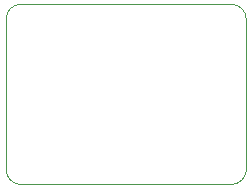
<source format=gbr>
%TF.GenerationSoftware,Altium Limited,Altium Designer,24.1.2 (44)*%
G04 Layer_Color=0*
%FSLAX45Y45*%
%MOMM*%
%TF.SameCoordinates,D40106D2-5846-4758-920C-99A56FEE523B*%
%TF.FilePolarity,Positive*%
%TF.FileFunction,Profile,NP*%
%TF.Part,Single*%
G01*
G75*
%TA.AperFunction,Profile*%
%ADD27C,0.02540*%
D27*
X845290Y721660D02*
G02*
X736758Y838263I15181J122941D01*
G01*
D02*
G02*
X736600Y844585I125724J6317D01*
G01*
Y2120900D01*
D02*
G02*
X736769Y2127425I125862J6D01*
G01*
D02*
G02*
X737518Y2136053I124394J-6449D01*
G01*
D02*
G02*
X854120Y2244584I122941J-15181D01*
G01*
D02*
G02*
X860443Y2244743I6317J-125724D01*
G01*
X2644758D01*
D02*
G02*
X2651282Y2244574I6J-125862D01*
G01*
D02*
G02*
X2659910Y2243825I-6449J-124394D01*
G01*
D02*
G02*
X2768442Y2127222I-15181J-122941D01*
G01*
D02*
G02*
X2768600Y2120900I-125724J-6317D01*
G01*
Y844585D01*
D02*
G02*
X2768431Y838060I-125862J-6D01*
G01*
D02*
G02*
X2767682Y829432I-124394J6449D01*
G01*
D02*
G02*
X2651080Y720901I-122941J15181D01*
G01*
D02*
G02*
X2644757Y720743I-6317J125724D01*
G01*
X860442D01*
D02*
G02*
X853918Y720911I-6J125862D01*
G01*
D02*
G02*
X845290Y721660I6449J124394D01*
G01*
%TF.MD5,b7c4729c0743049c6728bd8bfc0c0d06*%
M02*

</source>
